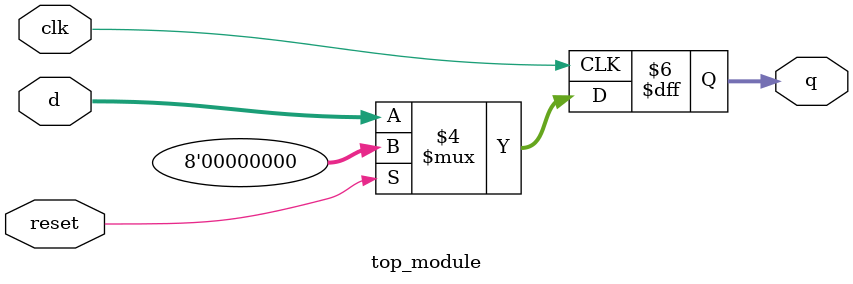
<source format=v>
module top_module (
    input clk,
    input reset,            // Synchronous reset
    input [7:0] d,
    output [7:0] q
);
    always @(posedge clk)begin
        if(!reset)
            q<=d;
        else
            q<='0;
    end
      
endmodule

</source>
